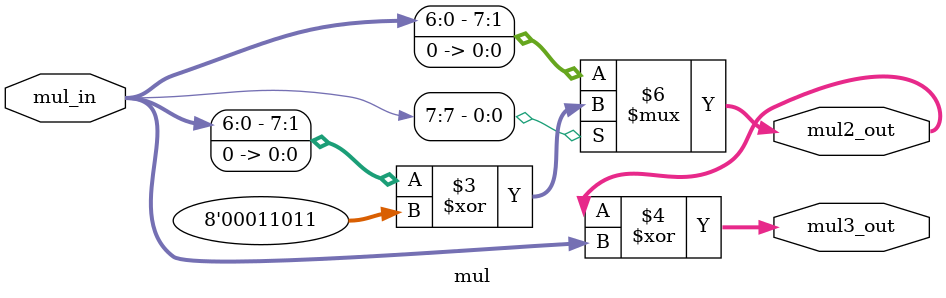
<source format=v>
module mul(
  input wire [7:0] mul_in,
  output reg [7:0] mul2_out,
  output wire [7:0] mul3_out
);
  always@(*)	begin 
    if(mul_in[7]==1)	begin
      
      mul2_out={mul_in[6:0],1'b0}^8'b0001_1011;
    end
    else begin
      mul2_out={mul_in[6:0],1'b0};
    end
  end
  assign mul3_out= mul2_out^mul_in;
endmodule
</source>
